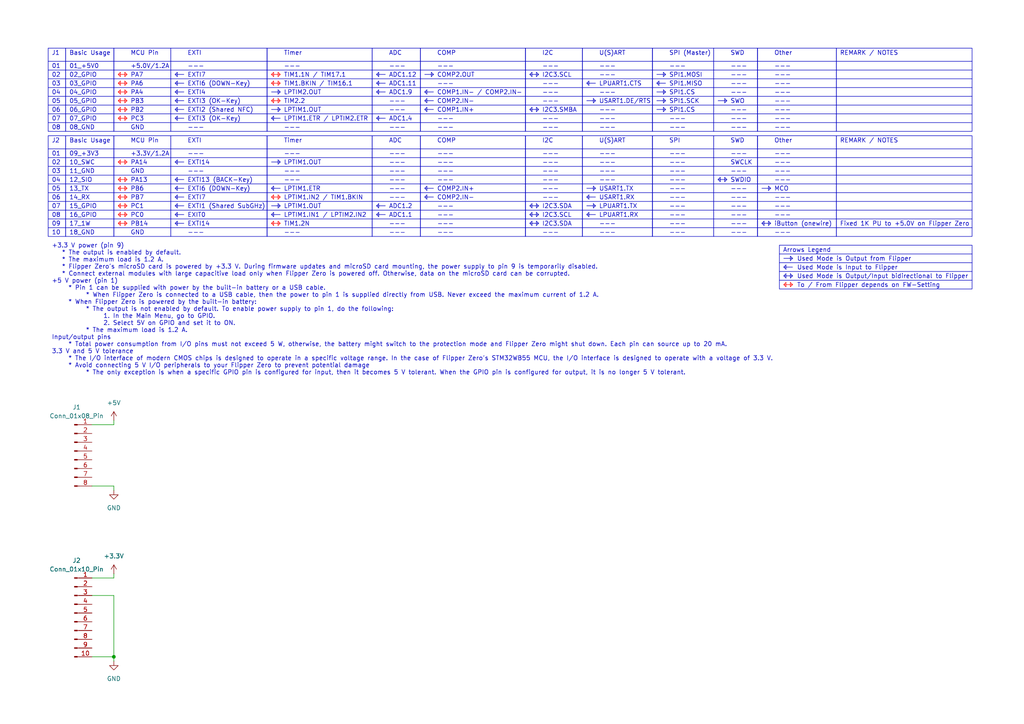
<source format=kicad_sch>
(kicad_sch (version 20231120) (generator "eeschema") (generator_version "8.0")
  (paper "A4")
  (junction (at 33.02 190.5))
  (polyline (pts (xy 109.22 26.67) (xy 111.76 26.67)))
  (polyline (pts (xy 154.305 22.225) (xy 153.67 21.59)))
  (polyline (pts (xy 193.04 21.59) (xy 192.405 20.955)))
  (polyline (pts (xy 222.885 55.245) (xy 222.885 53.975)))
  (polyline (pts (xy 34.29 59.69) (xy 34.925 59.055)) (stroke (width 0) (type solid) (color 255 0 0 1)))
  (polyline (pts (xy 208.915 51.435) (xy 208.915 52.705)))
  (polyline (pts (xy 125.73 21.59) (xy 123.19 21.59)))
  (polyline (pts (xy 170.815 61.595) (xy 170.815 62.865)))
  (polyline (pts (xy 36.195 52.705) (xy 36.83 52.07)) (stroke (width 0) (type solid) (color 255 0 0 1)))
  (polyline (pts (xy 227.965 80.645) (xy 227.33 80.01)))
  (polyline (pts (xy 80.645 32.385) (xy 80.645 31.115)))
  (polyline (pts (xy 78.74 29.21) (xy 81.28 29.21)) (stroke (width 0) (type solid) (color 255 0 0 1)))
  (polyline (pts (xy 190.5 21.59) (xy 193.04 21.59)))
  (polyline (pts (xy 223.52 54.61) (xy 222.885 55.245)))
  (polyline (pts (xy 34.29 46.99) (xy 36.83 46.99)) (stroke (width 0) (type solid) (color 255 0 0 1)))
  (polyline (pts (xy 51.435 28.575) (xy 51.435 29.845)))
  (polyline (pts (xy 154.305 59.055) (xy 154.305 60.325)))
  (polyline (pts (xy 172.72 59.69) (xy 172.085 59.055)))
  (polyline (pts (xy 36.195 46.355) (xy 36.195 47.625)) (stroke (width 0) (type solid) (color 255 0 0 1)))
  (polyline (pts (xy 81.28 31.75) (xy 78.74 31.75)))
  (polyline (pts (xy 36.83 57.15) (xy 36.195 56.515)) (stroke (width 0) (type solid) (color 255 0 0 1)))
  (polyline (pts (xy 123.19 29.21) (xy 125.73 29.21)))
  (polyline (pts (xy 80.645 24.765) (xy 81.28 24.13)) (stroke (width 0) (type solid) (color 255 0 0 1)))
  (polyline (pts (xy 34.925 24.765) (xy 34.29 24.13)) (stroke (width 0) (type solid) (color 255 0 0 1)))
  (polyline (pts (xy 50.8 29.21) (xy 53.34 29.21)))
  (polyline (pts (xy 50.8 64.77) (xy 53.34 64.77)))
  (polyline (pts (xy 153.67 59.69) (xy 156.21 59.69)))
  (polyline (pts (xy 153.67 64.77) (xy 154.305 64.135)))
  (polyline (pts (xy 78.74 57.15) (xy 79.375 56.515)) (stroke (width 0) (type solid) (color 255 0 0 1)))
  (polyline (pts (xy 34.29 64.77) (xy 36.83 64.77)) (stroke (width 0) (type solid) (color 255 0 0 1)))
  (polyline (pts (xy 50.8 54.61) (xy 53.34 54.61)))
  (polyline (pts (xy 78.74 21.59) (xy 81.28 21.59)) (stroke (width 0) (type solid) (color 255 0 0 1)))
  (polyline (pts (xy 13.97 58.42) (xy 281.94 58.42)))
  (polyline (pts (xy 36.195 29.845) (xy 36.83 29.21)) (stroke (width 0) (type solid) (color 255 0 0 1)))
  (polyline (pts (xy 154.305 32.385) (xy 153.67 31.75)))
  (polyline (pts (xy 208.28 52.07) (xy 210.82 52.07)))
  (polyline (pts (xy 51.435 64.135) (xy 51.435 65.405)))
  (polyline (pts (xy 50.8 21.59) (xy 51.435 22.225)))
  (polyline (pts (xy 125.095 20.955) (xy 125.095 22.225)))
  (polyline (pts (xy 34.925 27.305) (xy 34.29 26.67)) (stroke (width 0) (type solid) (color 255 0 0 1)))
  (polyline (pts (xy 123.825 56.515) (xy 123.825 57.785)))
  (polyline (pts (xy 227.33 77.47) (xy 227.965 78.105)))
  (polyline (pts (xy 79.375 24.765) (xy 78.74 24.13)) (stroke (width 0) (type solid) (color 255 0 0 1)))
  (wire (pts (xy 33.02 166.37) (xy 33.02 167.64)))
  (polyline (pts (xy 229.87 74.93) (xy 227.33 74.93)))
  (polyline (pts (xy 229.87 82.55) (xy 229.235 81.915)) (stroke (width 0) (type solid) (color 255 0 0 1)))
  (polyline (pts (xy 36.195 31.115) (xy 36.195 32.385)) (stroke (width 0) (type solid) (color 255 0 0 1)))
  (wire (pts (xy 33.02 121.92) (xy 33.02 123.19)))
  (polyline (pts (xy 50.8 57.15) (xy 51.435 57.785)))
  (polyline (pts (xy 50.8 29.21) (xy 51.435 29.845)))
  (polyline (pts (xy 229.87 74.93) (xy 229.235 74.295)))
  (polyline (pts (xy 50.8 46.99) (xy 51.435 47.625)))
  (polyline (pts (xy 123.19 26.67) (xy 123.825 27.305)))
  (polyline (pts (xy 229.87 74.93) (xy 229.235 75.565)))
  (polyline (pts (xy 51.435 61.595) (xy 51.435 62.865)))
  (polyline (pts (xy 109.22 34.29) (xy 111.76 34.29)))
  (polyline (pts (xy 34.925 20.955) (xy 34.925 22.225)) (stroke (width 0) (type solid) (color 255 0 0 1)))
  (polyline (pts (xy 223.52 64.77) (xy 222.885 64.135)))
  (polyline (pts (xy 210.185 51.435) (xy 210.185 52.705)))
  (polyline (pts (xy 51.435 23.495) (xy 51.435 24.765)))
  (polyline (pts (xy 36.195 53.975) (xy 36.195 55.245)) (stroke (width 0) (type solid) (color 255 0 0 1)))
  (polyline (pts (xy 50.8 34.29) (xy 51.435 33.655)))
  (polyline (pts (xy 50.8 59.69) (xy 53.34 59.69)))
  (polyline (pts (xy 79.375 61.595) (xy 79.375 62.865)))
  (polyline (pts (xy 13.97 50.8) (xy 281.94 50.8)))
  (polyline (pts (xy 34.925 34.925) (xy 34.29 34.29)) (stroke (width 0) (type solid) (color 255 0 0 1)))
  (polyline (pts (xy 81.28 26.67) (xy 78.74 26.67)))
  (polyline (pts (xy 109.855 59.055) (xy 109.855 60.325)))
  (polyline (pts (xy 193.04 31.75) (xy 192.405 31.115)))
  (polyline (pts (xy 34.925 31.115) (xy 34.925 32.385)) (stroke (width 0) (type solid) (color 255 0 0 1)))
  (polyline (pts (xy 156.21 21.59) (xy 155.575 20.955)))
  (polyline (pts (xy 109.22 24.13) (xy 109.855 24.765)))
  (polyline (pts (xy 50.8 57.15) (xy 53.34 57.15)))
  (polyline (pts (xy 13.97 22.86) (xy 281.94 22.86)))
  (polyline (pts (xy 155.575 59.055) (xy 155.575 60.325)))
  (polyline (pts (xy 36.195 20.955) (xy 36.195 22.225)) (stroke (width 0) (type solid) (color 255 0 0 1)))
  (polyline (pts (xy 34.925 53.975) (xy 34.925 55.245)) (stroke (width 0) (type solid) (color 255 0 0 1)))
  (polyline (pts (xy 50.8 21.59) (xy 53.34 21.59)))
  (wire (pts (xy 33.02 123.19) (xy 26.67 123.19)))
  (polyline (pts (xy 36.195 51.435) (xy 36.195 52.705)) (stroke (width 0) (type solid) (color 255 0 0 1)))
  (polyline (pts (xy 50.8 29.21) (xy 51.435 28.575)))
  (polyline (pts (xy 13.97 17.78) (xy 281.94 17.78)))
  (polyline (pts (xy 81.28 31.75) (xy 80.645 31.115)))
  (polyline (pts (xy 78.74 62.23) (xy 79.375 62.865)))
  (polyline (pts (xy 123.19 29.21) (xy 123.825 29.845)))
  (polyline (pts (xy 123.19 54.61) (xy 123.825 55.245)))
  (polyline (pts (xy 80.645 65.405) (xy 81.28 64.77)) (stroke (width 0) (type solid) (color 255 0 0 1)))
  (polyline (pts (xy 125.73 21.59) (xy 125.095 22.225)))
  (polyline (pts (xy 190.5 24.13) (xy 193.04 24.13)))
  (polyline (pts (xy 170.18 57.15) (xy 170.815 56.515)))
  (polyline (pts (xy 34.925 56.515) (xy 34.925 57.785)) (stroke (width 0) (type solid) (color 255 0 0 1)))
  (polyline (pts (xy 50.8 62.23) (xy 51.435 62.865)))
  (polyline (pts (xy 109.855 61.595) (xy 109.855 62.865)))
  (polyline (pts (xy 227.33 82.55) (xy 229.87 82.55)) (stroke (width 0) (type solid) (color 255 0 0 1)))
  (polyline (pts (xy 155.575 60.325) (xy 156.21 59.69)))
  (polyline (pts (xy 172.72 29.21) (xy 170.18 29.21)))
  (polyline (pts (xy 109.22 59.69) (xy 109.855 60.325)))
  (polyline (pts (xy 172.72 59.69) (xy 172.085 60.325)))
  (polyline (pts (xy 123.825 53.975) (xy 123.825 55.245)))
  (polyline (pts (xy 34.925 26.035) (xy 34.925 27.305)) (stroke (width 0) (type solid) (color 255 0 0 1)))
  (polyline (pts (xy 81.28 46.99) (xy 78.74 46.99)))
  (polyline (pts (xy 81.28 46.99) (xy 80.645 47.625)))
  (wire (pts (xy 26.67 172.72) (xy 33.02 172.72)))
  (polyline (pts (xy 123.19 54.61) (xy 125.73 54.61)))
  (polyline (pts (xy 109.855 23.495) (xy 109.855 24.765)))
  (polyline (pts (xy 50.8 26.67) (xy 51.435 26.035)))
  (polyline (pts (xy 50.8 57.15) (xy 51.435 56.515)))
  (polyline (pts (xy 36.195 27.305) (xy 36.83 26.67)) (stroke (width 0) (type solid) (color 255 0 0 1)))
  (polyline (pts (xy 109.22 24.13) (xy 111.76 24.13)))
  (polyline (pts (xy 78.74 29.21) (xy 79.375 28.575)) (stroke (width 0) (type solid) (color 255 0 0 1)))
  (polyline (pts (xy 229.235 74.295) (xy 229.235 75.565)))
  (polyline (pts (xy 123.19 57.15) (xy 125.73 57.15)))
  (polyline (pts (xy 227.33 80.01) (xy 227.965 79.375)))
  (polyline (pts (xy 80.645 47.625) (xy 80.645 46.355)))
  (polyline (pts (xy 50.8 26.67) (xy 51.435 27.305)))
  (polyline (pts (xy 34.29 21.59) (xy 36.83 21.59)) (stroke (width 0) (type solid) (color 255 0 0 1)))
  (polyline (pts (xy 109.22 62.23) (xy 111.76 62.23)))
  (polyline (pts (xy 170.18 62.23) (xy 172.72 62.23)))
  (polyline (pts (xy 34.29 31.75) (xy 34.925 31.115)) (stroke (width 0) (type solid) (color 255 0 0 1)))
  (polyline (pts (xy 81.28 31.75) (xy 80.645 32.385)))
  (polyline (pts (xy 51.435 53.975) (xy 51.435 55.245)))
  (polyline (pts (xy 123.19 26.67) (xy 123.825 26.035)))
  (polyline (pts (xy 50.8 31.75) (xy 53.34 31.75)))
  (polyline (pts (xy 153.67 31.75) (xy 154.305 31.115)))
  (polyline (pts (xy 109.22 21.59) (xy 109.855 22.225)))
  (polyline (pts (xy 109.22 62.23) (xy 109.855 61.595)))
  (polyline (pts (xy 79.375 33.655) (xy 79.375 34.925)))
  (polyline (pts (xy 50.8 31.75) (xy 51.435 31.115)))
  (polyline (pts (xy 36.195 23.495) (xy 36.195 24.765)) (stroke (width 0) (type solid) (color 255 0 0 1)))
  (polyline (pts (xy 36.83 24.13) (xy 36.195 23.495)) (stroke (width 0) (type solid) (color 255 0 0 1)))
  (polyline (pts (xy 172.72 29.21) (xy 172.085 28.575)))
  (polyline (pts (xy 109.22 34.29) (xy 109.855 33.655)))
  (polyline (pts (xy 50.8 31.75) (xy 51.435 32.385)))
  (polyline (pts (xy 13.97 63.5) (xy 281.94 63.5)))
  (polyline (pts (xy 50.8 52.07) (xy 51.435 52.705)))
  (polyline (pts (xy 81.28 59.69) (xy 80.645 60.325)))
  (polyline (pts (xy 229.235 80.645) (xy 229.87 80.01)))
  (polyline (pts (xy 172.72 29.21) (xy 172.085 29.845)))
  (polyline (pts (xy 79.375 53.975) (xy 79.375 55.245)))
  (polyline (pts (xy 190.5 26.67) (xy 193.04 26.67)))
  (polyline (pts (xy 50.8 26.67) (xy 53.34 26.67)))
  (polyline (pts (xy 50.8 62.23) (xy 53.34 62.23)))
  (polyline (pts (xy 190.5 24.13) (xy 191.135 23.495)))
  (polyline (pts (xy 81.28 64.77) (xy 80.645 64.135)) (stroke (width 0) (type solid) (color 255 0 0 1)))
  (polyline (pts (xy 109.22 26.67) (xy 109.855 26.035)))
  (polyline (pts (xy 34.29 26.67) (xy 36.83 26.67)) (stroke (width 0) (type solid) (color 255 0 0 1)))
  (polyline (pts (xy 210.82 29.21) (xy 208.28 29.21)))
  (polyline (pts (xy 78.74 34.29) (xy 79.375 34.925)))
  (polyline (pts (xy 81.28 57.15) (xy 80.645 56.515)) (stroke (width 0) (type solid) (color 255 0 0 1)))
  (polyline (pts (xy 153.67 62.23) (xy 154.305 61.595)))
  (wire (pts (xy 33.02 172.72) (xy 33.02 190.5)))
  (polyline (pts (xy 13.97 45.72) (xy 281.94 45.72)))
  (polyline (pts (xy 34.925 65.405) (xy 34.29 64.77)) (stroke (width 0) (type solid) (color 255 0 0 1)))
  (polyline (pts (xy 155.575 20.955) (xy 155.575 22.225)))
  (polyline (pts (xy 170.815 56.515) (xy 170.815 57.785)))
  (polyline (pts (xy 78.74 57.15) (xy 81.28 57.15)) (stroke (width 0) (type solid) (color 255 0 0 1)))
  (polyline (pts (xy 34.925 22.225) (xy 34.29 21.59)) (stroke (width 0) (type solid) (color 255 0 0 1)))
  (polyline (pts (xy 155.575 65.405) (xy 156.21 64.77)))
  (polyline (pts (xy 78.74 54.61) (xy 79.375 55.245)))
  (polyline (pts (xy 34.925 57.785) (xy 34.29 57.15)) (stroke (width 0) (type solid) (color 255 0 0 1)))
  (polyline (pts (xy 123.825 31.115) (xy 123.825 32.385)))
  (polyline (pts (xy 123.19 31.75) (xy 123.825 31.115)))
  (polyline (pts (xy 51.435 59.055) (xy 51.435 60.325)))
  (polyline (pts (xy 78.74 64.77) (xy 79.375 64.135)) (stroke (width 0) (type solid) (color 255 0 0 1)))
  (polyline (pts (xy 153.67 21.59) (xy 154.305 20.955)))
  (polyline (pts (xy 36.195 32.385) (xy 36.83 31.75)) (stroke (width 0) (type solid) (color 255 0 0 1)))
  (polyline (pts (xy 154.305 65.405) (xy 153.67 64.77)))
  (polyline (pts (xy 13.97 20.32) (xy 281.94 20.32)))
  (polyline (pts (xy 192.405 22.225) (xy 193.04 21.59)))
  (polyline (pts (xy 155.575 62.865) (xy 156.21 62.23)))
  (polyline (pts (xy 80.645 57.785) (xy 81.28 57.15)) (stroke (width 0) (type solid) (color 255 0 0 1)))
  (polyline (pts (xy 227.965 79.375) (xy 227.965 80.645)))
  (polyline (pts (xy 170.18 57.15) (xy 172.72 57.15)))
  (polyline (pts (xy 36.195 57.785) (xy 36.83 57.15)) (stroke (width 0) (type solid) (color 255 0 0 1)))
  (polyline (pts (xy 192.405 26.035) (xy 192.405 27.305)))
  (polyline (pts (xy 123.825 26.035) (xy 123.825 27.305)))
  (polyline (pts (xy 190.5 31.75) (xy 193.04 31.75)))
  (polyline (pts (xy 50.8 24.13) (xy 51.435 24.765)))
  (polyline (pts (xy 34.925 32.385) (xy 34.29 31.75)) (stroke (width 0) (type solid) (color 255 0 0 1)))
  (polyline (pts (xy 154.305 61.595) (xy 154.305 62.865)))
  (polyline (pts (xy 50.8 34.29) (xy 53.34 34.29)))
  (polyline (pts (xy 153.67 31.75) (xy 156.21 31.75)))
  (polyline (pts (xy 227.965 81.915) (xy 227.965 83.185)) (stroke (width 0) (type solid) (color 255 0 0 1)))
  (polyline (pts (xy 170.18 62.23) (xy 170.815 62.865)))
  (polyline (pts (xy 172.085 60.325) (xy 172.085 59.055)))
  (polyline (pts (xy 13.97 43.18) (xy 281.94 43.18)))
  (polyline (pts (xy 156.21 59.69) (xy 155.575 59.055)))
  (polyline (pts (xy 81.28 59.69) (xy 80.645 59.055)))
  (polyline (pts (xy 79.375 22.225) (xy 78.74 21.59)) (stroke (width 0) (type solid) (color 255 0 0 1)))
  (polyline (pts (xy 123.19 31.75) (xy 125.73 31.75)))
  (polyline (pts (xy 78.74 54.61) (xy 81.28 54.61)))
  (polyline (pts (xy 36.195 56.515) (xy 36.195 57.785)) (stroke (width 0) (type solid) (color 255 0 0 1)))
  (polyline (pts (xy 226.06 76.2) (xy 281.94 76.2)))
  (polyline (pts (xy 13.97 53.34) (xy 281.94 53.34)))
  (polyline (pts (xy 123.19 31.75) (xy 123.825 32.385)))
  (polyline (pts (xy 172.72 59.69) (xy 170.18 59.69)))
  (polyline (pts (xy 172.085 55.245) (xy 172.085 53.975)))
  (polyline (pts (xy 36.83 31.75) (xy 36.195 31.115)) (stroke (width 0) (type solid) (color 255 0 0 1)))
  (polyline (pts (xy 34.29 59.69) (xy 36.83 59.69)) (stroke (width 0) (type solid) (color 255 0 0 1)))
  (polyline (pts (xy 34.29 54.61) (xy 34.925 53.975)) (stroke (width 0) (type solid) (color 255 0 0 1)))
  (polyline (pts (xy 34.29 62.23) (xy 34.925 61.595)) (stroke (width 0) (type solid) (color 255 0 0 1)))
  (polyline (pts (xy 50.8 24.13) (xy 51.435 23.495)))
  (polyline (pts (xy 50.8 62.23) (xy 51.435 61.595)))
  (polyline (pts (xy 34.925 55.245) (xy 34.29 54.61)) (stroke (width 0) (type solid) (color 255 0 0 1)))
  (polyline (pts (xy 80.645 56.515) (xy 80.645 57.785)) (stroke (width 0) (type solid) (color 255 0 0 1)))
  (wire (pts (xy 33.02 142.24) (xy 33.02 140.97)))
  (polyline (pts (xy 172.72 54.61) (xy 170.18 54.61)))
  (polyline (pts (xy 13.97 25.4) (xy 281.94 25.4)))
  (polyline (pts (xy 80.645 29.845) (xy 81.28 29.21)) (stroke (width 0) (type solid) (color 255 0 0 1)))
  (polyline (pts (xy 154.305 20.955) (xy 154.305 22.225)))
  (polyline (pts (xy 36.83 62.23) (xy 36.195 61.595)) (stroke (width 0) (type solid) (color 255 0 0 1)))
  (polyline (pts (xy 36.83 59.69) (xy 36.195 59.055)) (stroke (width 0) (type solid) (color 255 0 0 1)))
  (polyline (pts (xy 156.21 31.75) (xy 155.575 31.115)))
  (polyline (pts (xy 34.925 60.325) (xy 34.29 59.69)) (stroke (width 0) (type solid) (color 255 0 0 1)))
  (polyline (pts (xy 192.405 31.115) (xy 192.405 32.385)))
  (polyline (pts (xy 78.74 24.13) (xy 81.28 24.13)) (stroke (width 0) (type solid) (color 255 0 0 1)))
  (polyline (pts (xy 78.74 62.23) (xy 81.28 62.23)))
  (polyline (pts (xy 36.195 55.245) (xy 36.83 54.61)) (stroke (width 0) (type solid) (color 255 0 0 1)))
  (polyline (pts (xy 155.575 22.225) (xy 156.21 21.59)))
  (polyline (pts (xy 50.8 59.69) (xy 51.435 60.325)))
  (polyline (pts (xy 13.97 66.04) (xy 281.94 66.04)))
  (polyline (pts (xy 109.855 33.655) (xy 109.855 34.925)))
  (polyline (pts (xy 220.98 64.77) (xy 223.52 64.77)))
  (polyline (pts (xy 36.195 61.595) (xy 36.195 62.865)) (stroke (width 0) (type solid) (color 255 0 0 1)))
  (polyline (pts (xy 78.74 62.23) (xy 79.375 61.595)))
  (polyline (pts (xy 221.615 64.135) (xy 221.615 65.405)))
  (polyline (pts (xy 34.29 26.67) (xy 34.925 26.035)) (stroke (width 0) (type solid) (color 255 0 0 1)))
  (polyline (pts (xy 36.83 46.99) (xy 36.195 46.355)) (stroke (width 0) (type solid) (color 255 0 0 1)))
  (polyline (pts (xy 13.97 48.26) (xy 281.94 48.26)))
  (polyline (pts (xy 51.435 46.355) (xy 51.435 47.625)))
  (polyline (pts (xy 36.83 26.67) (xy 36.195 26.035)) (stroke (width 0) (type solid) (color 255 0 0 1)))
  (polyline (pts (xy 34.925 59.055) (xy 34.925 60.325)) (stroke (width 0) (type solid) (color 255 0 0 1)))
  (polyline (pts (xy 36.195 65.405) (xy 36.83 64.77)) (stroke (width 0) (type solid) (color 255 0 0 1)))
  (polyline (pts (xy 154.305 62.865) (xy 153.67 62.23)))
  (wire (pts (xy 26.67 190.5) (xy 33.02 190.5)))
  (polyline (pts (xy 109.22 34.29) (xy 109.855 34.925)))
  (polyline (pts (xy 80.645 60.325) (xy 80.645 59.055)))
  (polyline (pts (xy 81.28 46.99) (xy 80.645 46.355)))
  (polyline (pts (xy 36.83 64.77) (xy 36.195 64.135)) (stroke (width 0) (type solid) (color 255 0 0 1)))
  (polyline (pts (xy 13.97 33.02) (xy 281.94 33.02)))
  (polyline (pts (xy 36.195 60.325) (xy 36.83 59.69)) (stroke (width 0) (type solid) (color 255 0 0 1)))
  (polyline (pts (xy 13.97 30.48) (xy 281.94 30.48)))
  (polyline (pts (xy 36.195 64.135) (xy 36.195 65.405)) (stroke (width 0) (type solid) (color 255 0 0 1)))
  (polyline (pts (xy 109.22 62.23) (xy 109.855 62.865)))
  (polyline (pts (xy 153.67 64.77) (xy 156.21 64.77)))
  (polyline (pts (xy 34.925 28.575) (xy 34.925 29.845)) (stroke (width 0) (type solid) (color 255 0 0 1)))
  (polyline (pts (xy 229.235 83.185) (xy 229.87 82.55)) (stroke (width 0) (type solid) (color 255 0 0 1)))
  (polyline (pts (xy 193.04 29.21) (xy 192.405 28.575)))
  (polyline (pts (xy 154.305 31.115) (xy 154.305 32.385)))
  (polyline (pts (xy 229.235 81.915) (xy 229.235 83.185)) (stroke (width 0) (type solid) (color 255 0 0 1)))
  (polyline (pts (xy 109.22 26.67) (xy 109.855 27.305)))
  (polyline (pts (xy 34.29 24.13) (xy 34.925 23.495)) (stroke (width 0) (type solid) (color 255 0 0 1)))
  (polyline (pts (xy 221.615 65.405) (xy 220.98 64.77)))
  (polyline (pts (xy 153.67 21.59) (xy 156.21 21.59)))
  (polyline (pts (xy 36.83 21.59) (xy 36.195 20.955)) (stroke (width 0) (type solid) (color 255 0 0 1)))
  (polyline (pts (xy 170.18 24.13) (xy 172.72 24.13)))
  (polyline (pts (xy 34.29 52.07) (xy 36.83 52.07)) (stroke (width 0) (type solid) (color 255 0 0 1)))
  (polyline (pts (xy 210.82 29.21) (xy 210.185 28.575)))
  (polyline (pts (xy 190.5 29.21) (xy 193.04 29.21)))
  (polyline (pts (xy 36.83 34.29) (xy 36.195 33.655)) (stroke (width 0) (type solid) (color 255 0 0 1)))
  (polyline (pts (xy 78.74 24.13) (xy 79.375 23.495)) (stroke (width 0) (type solid) (color 255 0 0 1)))
  (polyline (pts (xy 34.29 29.21) (xy 36.83 29.21)) (stroke (width 0) (type solid) (color 255 0 0 1)))
  (polyline (pts (xy 36.195 59.055) (xy 36.195 60.325)) (stroke (width 0) (type solid) (color 255 0 0 1)))
  (polyline (pts (xy 210.82 52.07) (xy 210.185 51.435)))
  (polyline (pts (xy 51.435 51.435) (xy 51.435 52.705)))
  (polyline (pts (xy 226.06 81.28) (xy 281.94 81.28)))
  (polyline (pts (xy 155.575 31.115) (xy 155.575 32.385)))
  (polyline (pts (xy 36.195 26.035) (xy 36.195 27.305)) (stroke (width 0) (type solid) (color 255 0 0 1)))
  (polyline (pts (xy 227.965 76.835) (xy 227.965 78.105)))
  (polyline (pts (xy 34.925 52.705) (xy 34.29 52.07)) (stroke (width 0) (type solid) (color 255 0 0 1)))
  (polyline (pts (xy 109.22 21.59) (xy 109.855 20.955)))
  (polyline (pts (xy 192.405 32.385) (xy 193.04 31.75)))
  (polyline (pts (xy 222.885 64.135) (xy 222.885 65.405)))
  (polyline (pts (xy 50.8 64.77) (xy 51.435 64.135)))
  (polyline (pts (xy 193.04 26.67) (xy 192.405 26.035)))
  (polyline (pts (xy 34.925 46.355) (xy 34.925 47.625)) (stroke (width 0) (type solid) (color 255 0 0 1)))
  (polyline (pts (xy 222.885 65.405) (xy 223.52 64.77)))
  (polyline (pts (xy 123.19 26.67) (xy 125.73 26.67)))
  (polyline (pts (xy 80.645 20.955) (xy 80.645 22.225)) (stroke (width 0) (type solid) (color 255 0 0 1)))
  (polyline (pts (xy 34.29 62.23) (xy 36.83 62.23)) (stroke (width 0) (type solid) (color 255 0 0 1)))
  (polyline (pts (xy 154.305 64.135) (xy 154.305 65.405)))
  (polyline (pts (xy 208.28 52.07) (xy 208.915 51.435)))
  (polyline (pts (xy 109.22 59.69) (xy 109.855 59.055)))
  (polyline (pts (xy 192.405 29.845) (xy 193.04 29.21)))
  (polyline (pts (xy 36.195 24.765) (xy 36.83 24.13)) (stroke (width 0) (type solid) (color 255 0 0 1)))
  (polyline (pts (xy 36.195 47.625) (xy 36.83 46.99)) (stroke (width 0) (type solid) (color 255 0 0 1)))
  (polyline (pts (xy 81.28 29.21) (xy 80.645 28.575)) (stroke (width 0) (type solid) (color 255 0 0 1)))
  (polyline (pts (xy 227.965 83.185) (xy 227.33 82.55)) (stroke (width 0) (type solid) (color 255 0 0 1)))
  (polyline (pts (xy 36.195 34.925) (xy 36.83 34.29)) (stroke (width 0) (type solid) (color 255 0 0 1)))
  (polyline (pts (xy 227.33 77.47) (xy 229.87 77.47)))
  (polyline (pts (xy 78.74 34.29) (xy 81.28 34.29)))
  (polyline (pts (xy 79.375 29.845) (xy 78.74 29.21)) (stroke (width 0) (type solid) (color 255 0 0 1)))
  (polyline (pts (xy 34.925 33.655) (xy 34.925 34.925)) (stroke (width 0) (type solid) (color 255 0 0 1)))
  (polyline (pts (xy 81.28 24.13) (xy 80.645 23.495)) (stroke (width 0) (type solid) (color 255 0 0 1)))
  (polyline (pts (xy 191.135 24.765) (xy 190.5 24.13)))
  (polyline (pts (xy 123.19 29.21) (xy 123.825 28.575)))
  (polyline (pts (xy 170.18 57.15) (xy 170.815 57.785)))
  (polyline (pts (xy 170.18 24.13) (xy 170.815 23.495)))
  (polyline (pts (xy 36.195 33.655) (xy 36.195 34.925)) (stroke (width 0) (type solid) (color 255 0 0 1)))
  (polyline (pts (xy 51.435 26.035) (xy 51.435 27.305)))
  (polyline (pts (xy 191.135 23.495) (xy 191.135 24.765)))
  (polyline (pts (xy 13.97 60.96) (xy 281.94 60.96)))
  (polyline (pts (xy 156.21 64.77) (xy 155.575 64.135)))
  (polyline (pts (xy 109.22 21.59) (xy 111.76 21.59)))
  (polyline (pts (xy 123.19 54.61) (xy 123.825 53.975)))
  (polyline (pts (xy 192.405 27.305) (xy 193.04 26.67)))
  (polyline (pts (xy 170.815 23.495) (xy 170.815 24.765)))
  (polyline (pts (xy 170.18 24.13) (xy 170.815 24.765)))
  (polyline (pts (xy 208.915 52.705) (xy 208.28 52.07)))
  (polyline (pts (xy 226.06 78.74) (xy 281.94 78.74)))
  (polyline (pts (xy 227.33 82.55) (xy 227.965 81.915)) (stroke (width 0) (type solid) (color 255 0 0 1)))
  (polyline (pts (xy 109.22 59.69) (xy 111.76 59.69)))
  (polyline (pts (xy 50.8 21.59) (xy 51.435 20.955)))
  (polyline (pts (xy 51.435 33.655) (xy 51.435 34.925)))
  (polyline (pts (xy 156.21 62.23) (xy 155.575 61.595)))
  (polyline (pts (xy 78.74 21.59) (xy 79.375 20.955)) (stroke (width 0) (type solid) (color 255 0 0 1)))
  (polyline (pts (xy 50.8 52.07) (xy 51.435 51.435)))
  (polyline (pts (xy 34.29 54.61) (xy 36.83 54.61)) (stroke (width 0) (type solid) (color 255 0 0 1)))
  (polyline (pts (xy 36.83 54.61) (xy 36.195 53.975)) (stroke (width 0) (type solid) (color 255 0 0 1)))
  (polyline (pts (xy 226.06 73.66) (xy 281.94 73.66)))
  (polyline (pts (xy 80.645 22.225) (xy 81.28 21.59)) (stroke (width 0) (type solid) (color 255 0 0 1)))
  (polyline (pts (xy 80.645 28.575) (xy 80.645 29.845)) (stroke (width 0) (type solid) (color 255 0 0 1)))
  (polyline (pts (xy 109.855 20.955) (xy 109.855 22.225)))
  (polyline (pts (xy 50.8 34.29) (xy 51.435 34.925)))
  (polyline (pts (xy 13.97 27.94) (xy 281.94 27.94)))
  (polyline (pts (xy 123.19 57.15) (xy 123.825 57.785)))
  (polyline (pts (xy 80.645 23.495) (xy 80.645 24.765)) (stroke (width 0) (type solid) (color 255 0 0 1)))
  (wire (pts (xy 26.67 167.64) (xy 33.02 167.64)))
  (polyline (pts (xy 79.375 64.135) (xy 79.375 65.405)) (stroke (width 0) (type solid) (color 255 0 0 1)))
  (polyline (pts (xy 79.375 56.515) (xy 79.375 57.785)) (stroke (width 0) (type solid) (color 255 0 0 1)))
  (polyline (pts (xy 109.22 24.13) (xy 109.855 23.495)))
  (polyline (pts (xy 220.98 64.77) (xy 221.615 64.135)))
  (polyline (pts (xy 34.29 21.59) (xy 34.925 20.955)) (stroke (width 0) (type solid) (color 255 0 0 1)))
  (polyline (pts (xy 36.195 28.575) (xy 36.195 29.845)) (stroke (width 0) (type solid) (color 255 0 0 1)))
  (polyline (pts (xy 34.925 29.845) (xy 34.29 29.21)) (stroke (width 0) (type solid) (color 255 0 0 1)))
  (polyline (pts (xy 153.67 62.23) (xy 156.21 62.23)))
  (polyline (pts (xy 13.97 55.88) (xy 281.94 55.88)))
  (polyline (pts (xy 34.29 29.21) (xy 34.925 28.575)) (stroke (width 0) (type solid) (color 255 0 0 1)))
  (polyline (pts (xy 36.83 29.21) (xy 36.195 28.575)) (stroke (width 0) (type solid) (color 255 0 0 1)))
  (polyline (pts (xy 125.73 21.59) (xy 125.095 20.955)))
  (polyline (pts (xy 210.82 29.21) (xy 210.185 29.845)))
  (polyline (pts (xy 34.29 46.99) (xy 34.925 46.355)) (stroke (width 0) (type solid) (color 255 0 0 1)))
  (polyline (pts (xy 36.195 22.225) (xy 36.83 21.59)) (stroke (width 0) (type solid) (color 255 0 0 1)))
  (polyline (pts (xy 34.29 31.75) (xy 36.83 31.75)) (stroke (width 0) (type solid) (color 255 0 0 1)))
  (polyline (pts (xy 81.28 26.67) (xy 80.645 27.305)))
  (polyline (pts (xy 170.18 62.23) (xy 170.815 61.595)))
  (polyline (pts (xy 79.375 28.575) (xy 79.375 29.845)) (stroke (width 0) (type solid) (color 255 0 0 1)))
  (polyline (pts (xy 50.8 54.61) (xy 51.435 53.975)))
  (polyline (pts (xy 229.87 80.01) (xy 229.235 79.375)))
  (polyline (pts (xy 227.33 80.01) (xy 229.87 80.01)))
  (polyline (pts (xy 81.28 21.59) (xy 80.645 20.955)) (stroke (width 0) (type solid) (color 255 0 0 1)))
  (polyline (pts (xy 50.8 52.07) (xy 53.34 52.07)))
  (polyline (pts (xy 34.925 47.625) (xy 34.29 46.99)) (stroke (width 0) (type solid) (color 255 0 0 1)))
  (polyline (pts (xy 80.645 64.135) (xy 80.645 65.405)) (stroke (width 0) (type solid) (color 255 0 0 1)))
  (polyline (pts (xy 80.645 27.305) (xy 80.645 26.035)))
  (polyline (pts (xy 172.72 54.61) (xy 172.085 55.245)))
  (polyline (pts (xy 34.925 23.495) (xy 34.925 24.765)) (stroke (width 0) (type solid) (color 255 0 0 1)))
  (polyline (pts (xy 36.195 62.865) (xy 36.83 62.23)) (stroke (width 0) (type solid) (color 255 0 0 1)))
  (polyline (pts (xy 34.925 64.135) (xy 34.925 65.405)) (stroke (width 0) (type solid) (color 255 0 0 1)))
  (polyline (pts (xy 79.375 57.785) (xy 78.74 57.15)) (stroke (width 0) (type solid) (color 255 0 0 1)))
  (polyline (pts (xy 229.235 79.375) (xy 229.235 80.645)))
  (polyline (pts (xy 154.305 60.325) (xy 153.67 59.69)))
  (polyline (pts (xy 210.185 29.845) (xy 210.185 28.575)))
  (polyline (pts (xy 34.925 62.865) (xy 34.29 62.23)) (stroke (width 0) (type solid) (color 255 0 0 1)))
  (polyline (pts (xy 50.8 46.99) (xy 53.34 46.99)))
  (polyline (pts (xy 81.28 26.67) (xy 80.645 26.035)))
  (wire (pts (xy 33.02 190.5) (xy 33.02 191.77)))
  (polyline (pts (xy 109.855 26.035) (xy 109.855 27.305)))
  (polyline (pts (xy 50.8 59.69) (xy 51.435 59.055)))
  (polyline (pts (xy 223.52 54.61) (xy 222.885 53.975)))
  (polyline (pts (xy 172.72 54.61) (xy 172.085 53.975)))
  (polyline (pts (xy 172.085 29.845) (xy 172.085 28.575)))
  (polyline (pts (xy 227.33 77.47) (xy 227.965 76.835)))
  (polyline (pts (xy 34.29 24.13) (xy 36.83 24.13)) (stroke (width 0) (type solid) (color 255 0 0 1)))
  (polyline (pts (xy 34.29 34.29) (xy 36.83 34.29)) (stroke (width 0) (type solid) (color 255 0 0 1)))
  (polyline (pts (xy 223.52 54.61) (xy 220.98 54.61)))
  (polyline (pts (xy 78.74 64.77) (xy 81.28 64.77)) (stroke (width 0) (type solid) (color 255 0 0 1)))
  (polyline (pts (xy 50.8 54.61) (xy 51.435 55.245)))
  (polyline (pts (xy 192.405 28.575) (xy 192.405 29.845)))
  (polyline (pts (xy 78.74 34.29) (xy 79.375 33.655)))
  (polyline (pts (xy 51.435 31.115) (xy 51.435 32.385)))
  (polyline (pts (xy 34.29 34.29) (xy 34.925 33.655)) (stroke (width 0) (type solid) (color 255 0 0 1)))
  (polyline (pts (xy 50.8 64.77) (xy 51.435 65.405)))
  (polyline (pts (xy 79.375 65.405) (xy 78.74 64.77)) (stroke (width 0) (type solid) (color 255 0 0 1)))
  (polyline (pts (xy 51.435 20.955) (xy 51.435 22.225)))
  (polyline (pts (xy 155.575 64.135) (xy 155.575 65.405)))
  (polyline (pts (xy 123.825 28.575) (xy 123.825 29.845)))
  (polyline (pts (xy 51.435 56.515) (xy 51.435 57.785)))
  (polyline (pts (xy 155.575 61.595) (xy 155.575 62.865)))
  (polyline (pts (xy 36.83 52.07) (xy 36.195 51.435)) (stroke (width 0) (type solid) (color 255 0 0 1)))
  (polyline (pts (xy 123.19 57.15) (xy 123.825 56.515)))
  (polyline (pts (xy 153.67 59.69) (xy 154.305 59.055)))
  (polyline (pts (xy 13.97 35.56) (xy 281.94 35.56)))
  (polyline (pts (xy 79.375 20.955) (xy 79.375 22.225)) (stroke (width 0) (type solid) (color 255 0 0 1)))
  (polyline (pts (xy 81.28 59.69) (xy 78.74 59.69)))
  (polyline (pts (xy 34.29 57.15) (xy 34.925 56.515)) (stroke (width 0) (type solid) (color 255 0 0 1)))
  (polyline (pts (xy 34.925 51.435) (xy 34.925 52.705)) (stroke (width 0) (type solid) (color 255 0 0 1)))
  (polyline (pts (xy 155.575 32.385) (xy 156.21 31.75)))
  (polyline (pts (xy 34.29 52.07) (xy 34.925 51.435)) (stroke (width 0) (type solid) (color 255 0 0 1)))
  (polyline (pts (xy 50.8 24.13) (xy 53.34 24.13)))
  (polyline (pts (xy 34.29 57.15) (xy 36.83 57.15)) (stroke (width 0) (type solid) (color 255 0 0 1)))
  (polyline (pts (xy 192.405 20.955) (xy 192.405 22.225)))
  (polyline (pts (xy 210.185 52.705) (xy 210.82 52.07)))
  (wire (pts (xy 33.02 140.97) (xy 26.67 140.97)))
  (polyline (pts (xy 34.29 64.77) (xy 34.925 64.135)) (stroke (width 0) (type solid) (color 255 0 0 1)))
  (polyline (pts (xy 79.375 23.495) (xy 79.375 24.765)) (stroke (width 0) (type solid) (color 255 0 0 1)))
  (polyline (pts (xy 78.74 54.61) (xy 79.375 53.975)))
  (polyline (pts (xy 34.925 61.595) (xy 34.925 62.865)) (stroke (width 0) (type solid) (color 255 0 0 1)))
  (polyline (pts (xy 50.8 46.99) (xy 51.435 46.355)))
  (rectangle (start 152.4 39.37) (end 168.91 68.58))
  (rectangle (start 121.92 13.97) (end 152.4 38.1))
  (rectangle (start 107.95 39.37) (end 121.92 68.58))
  (rectangle (start 33.02 13.97) (end 49.53 38.1))
  (rectangle (start 77.47 13.97) (end 107.95 38.1))
  (rectangle (start 207.01 13.97) (end 219.71 38.1))
  (rectangle (start 219.71 13.97) (end 242.57 38.1))
  (rectangle (start 49.53 39.37) (end 77.47 68.58))
  (rectangle (start 77.47 39.37) (end 107.95 68.58))
  (rectangle (start 226.06 71.12) (end 281.94 83.82))
  (rectangle (start 168.91 13.97) (end 189.23 38.1))
  (rectangle (start 168.91 39.37) (end 189.23 68.58))
  (rectangle (start 242.57 39.37) (end 281.94 68.58))
  (rectangle (start 219.71 39.37) (end 242.57 68.58))
  (rectangle (start 107.95 13.97) (end 121.92 38.1))
  (rectangle (start 152.4 13.97) (end 168.91 38.1))
  (rectangle (start 189.23 13.97) (end 207.01 38.1))
  (rectangle (start 49.53 13.97) (end 77.47 38.1))
  (rectangle (start 13.97 39.37) (end 19.05 68.58))
  (rectangle (start 242.57 13.97) (end 281.94 38.1))
  (rectangle (start 189.23 39.37) (end 207.01 68.58))
  (rectangle (start 19.05 13.97) (end 33.02 38.1))
  (rectangle (start 19.05 39.37) (end 33.02 68.58))
  (rectangle (start 121.92 39.37) (end 152.4 68.58))
  (rectangle (start 33.02 39.37) (end 49.53 68.58))
  (rectangle (start 207.01 39.37) (end 219.71 68.58))
  (rectangle (start 13.97 13.97) (end 19.05 38.1))
  (text "06" (at 14.986 32.004 0) (effects (font (size 1.27 1.27)) (justify left)))
  (text "+3.3 V power (pin 9)\n   * The output is enabled by default. \n   * The maximum load is 1.2 A.\n   * Flipper Zero's microSD card is powered by +3.3 V. During firmware updates and microSD card mounting, the power supply to pin 9 is temporarily disabled.\n   * Connect external modules with large capacitive load only when Flipper Zero is powered off. Otherwise, data on the microSD card can be corrupted.\n+5 V power (pin 1)\n   	* Pin 1 can be supplied with power by the built-in battery or a USB cable.\n		* When Flipper Zero is connected to a USB cable, then the power to pin 1 is supplied directly from USB. Never exceed the maximum current of 1.2 A.\n	* When Flipper Zero is powered by the built-in battery:\n		* The output is not enabled by default. To enable power supply to pin 1, do the following:\n			1. In the Main Menu, go to GPIO.\n			2. Select 5V on GPIO and set it to ON.\n		* The maximum load is 1.2 A.\nInput/output pins\n	* Total power consumption from I/O pins must not exceed 5 W, otherwise, the battery might switch to the protection mode and Flipper Zero might shut down. Each pin can source up to 20 mA.\n3.3 V and 5 V tolerance\n	* The I/O interface of modern CMOS chips is designed to operate in a specific voltage range. In the case of Flipper Zero's STM32WB55 MCU, the I/O interface is designed to operate with a voltage of 3.3 V.\n	* Avoid connecting 5 V I/O peripherals to your Flipper Zero to prevent potential damage\n		* The only exception is when a specific GPIO pin is configured for input, then it becomes 5 V tolerant. When the GPIO pin is configured for output, it is no longer 5 V tolerant.\n" (at 14.986 70.612 0) (effects (font (size 1.27 1.27)) (justify left top)))
  (text "---" (at 126.746 44.704 0) (effects (font (size 1.27 1.27)) (justify left)))
  (text "---" (at 211.836 26.924 0) (effects (font (size 1.27 1.27)) (justify left)))
  (text "LPTIM2.OUT" (at 82.296 26.924 0) (effects (font (size 1.27 1.27)) (justify left)))
  (text "MCU Pin" (exclude_from_sim yes) (at 37.846 40.894 0) (effects (font (size 1.27 1.27)) (justify left)))
  (text "EXTI3 (OK-Key)" (at 54.356 34.544 0) (effects (font (size 1.27 1.27)) (justify left)))
  (text "ADC1.11" (at 112.776 24.384 0) (effects (font (size 1.27 1.27)) (justify left)))
  (text "---" (at 211.836 59.944 0) (effects (font (size 1.27 1.27)) (justify left)))
  (text "02" (at 14.986 47.244 0) (effects (font (size 1.27 1.27)) (justify left)))
  (text "---" (at 211.836 65.024 0) (effects (font (size 1.27 1.27)) (justify left)))
  (text "I2C3.SCL" (at 157.226 62.484 0) (effects (font (size 1.27 1.27)) (justify left)))
  (text "COMP2.IN+" (at 126.746 54.864 0) (effects (font (size 1.27 1.27)) (justify left)))
  (text "LPTIM1.OUT" (at 82.296 32.004 0) (effects (font (size 1.27 1.27)) (justify left)))
  (text "---" (at 112.776 57.404 0) (effects (font (size 1.27 1.27)) (justify left)))
  (text "---" (at 126.746 19.304 0) (effects (font (size 1.27 1.27)) (justify left)))
  (text "---" (at 211.836 54.864 0) (effects (font (size 1.27 1.27)) (justify left)))
  (text "---" (at 173.736 21.844 0) (effects (font (size 1.27 1.27)) (justify left)))
  (text "---" (at 126.746 47.244 0) (effects (font (size 1.27 1.27)) (justify left)))
  (text "---" (at 112.776 54.864 0) (effects (font (size 1.27 1.27)) (justify left)))
  (text "---" (at 157.226 52.324 0) (effects (font (size 1.27 1.27)) (justify left)))
  (text "---" (at 82.296 37.084 0) (effects (font (size 1.27 1.27)) (justify left)))
  (text "---" (at 211.836 24.384 0) (effects (font (size 1.27 1.27)) (justify left)))
  (text "MCO" (at 224.536 54.864 0) (effects (font (size 1.27 1.27)) (justify left)))
  (text "Other" (exclude_from_sim yes) (at 224.536 15.494 0) (effects (font (size 1.27 1.27)) (justify left)))
  (text "---" (at 54.356 44.704 0) (effects (font (size 1.27 1.27)) (justify left)))
  (text "---" (at 224.536 29.464 0) (effects (font (size 1.27 1.27)) (justify left)))
  (text "EXTI7" (at 54.356 57.404 0) (effects (font (size 1.27 1.27)) (justify left)))
  (text "---" (at 194.056 52.324 0) (effects (font (size 1.27 1.27)) (justify left)))
  (text "---" (at 157.226 44.704 0) (effects (font (size 1.27 1.27)) (justify left)))
  (text "LPTIM1.OUT" (at 82.296 59.944 0) (effects (font (size 1.27 1.27)) (justify left)))
  (text "---" (at 82.296 52.324 0) (effects (font (size 1.27 1.27)) (justify left)))
  (text "EXTI2 (Shared NFC)" (at 54.356 32.004 0) (effects (font (size 1.27 1.27)) (justify left)))
  (text "---" (at 211.836 49.784 0) (effects (font (size 1.27 1.27)) (justify left)))
  (text "06" (at 14.986 57.404 0) (effects (font (size 1.27 1.27)) (justify left)))
  (text "---" (at 211.836 57.404 0) (effects (font (size 1.27 1.27)) (justify left)))
  (text "01" (at 14.986 19.304 0) (effects (font (size 1.27 1.27)) (justify left)))
  (text "LPTIM1.ETR" (at 82.296 54.864 0) (effects (font (size 1.27 1.27)) (justify left)))
  (text "---" (at 157.226 49.784 0) (effects (font (size 1.27 1.27)) (justify left)))
  (text "---" (at 126.746 49.784 0) (effects (font (size 1.27 1.27)) (justify left)))
  (text "---" (at 126.746 24.384 0) (effects (font (size 1.27 1.27)) (justify left)))
  (text "COMP2.IN-" (at 126.746 29.464 0) (effects (font (size 1.27 1.27)) (justify left)))
  (text "---" (at 173.736 34.544 0) (effects (font (size 1.27 1.27)) (justify left)))
  (text "---" (at 194.056 59.944 0) (effects (font (size 1.27 1.27)) (justify left)))
  (text "---" (at 224.536 24.384 0) (effects (font (size 1.27 1.27)) (justify left)))
  (text "---" (at 112.776 29.464 0) (effects (font (size 1.27 1.27)) (justify left)))
  (text "06_GPIO" (at 20.066 32.004 0) (effects (font (size 1.27 1.27)) (justify left)))
  (text "+5.0V/1.2A" (at 37.846 19.304 0) (effects (font (size 1.27 1.27)) (justify left)))
  (text "---" (at 211.836 62.484 0) (effects (font (size 1.27 1.27)) (justify left)))
  (text "---" (at 112.776 49.784 0) (effects (font (size 1.27 1.27)) (justify left)))
  (text "---" (at 126.746 37.084 0) (effects (font (size 1.27 1.27)) (justify left)))
  (text "---" (at 224.536 57.404 0) (effects (font (size 1.27 1.27)) (justify left)))
  (text "I2C3.SDA" (at 157.226 59.944 0) (effects (font (size 1.27 1.27)) (justify left)))
  (text "---" (at 211.836 44.704 0) (effects (font (size 1.27 1.27)) (justify left)))
  (text "U(S)ART" (exclude_from_sim yes) (at 173.736 40.894 0) (effects (font (size 1.27 1.27)) (justify left)))
  (text "To / From Flipper depends on FW-Setting" (at 231.14 82.804 0) (effects (font (size 1.27 1.27)) (justify left)))
  (text "Basic Usage" (exclude_from_sim yes) (at 20.066 15.494 0) (effects (font (size 1.27 1.27)) (justify left)))
  (text "---" (at 173.736 47.244 0) (effects (font (size 1.27 1.27)) (justify left)))
  (text "PC1" (at 37.846 59.944 0) (effects (font (size 1.27 1.27)) (justify left)))
  (text "SWD" (exclude_from_sim yes) (at 211.836 40.894 0) (effects (font (size 1.27 1.27)) (justify left)))
  (text "---" (at 82.296 44.704 0) (effects (font (size 1.27 1.27)) (justify left)))
  (text "PB7" (at 37.846 57.404 0) (effects (font (size 1.27 1.27)) (justify left)))
  (text "---" (at 54.356 37.084 0) (effects (font (size 1.27 1.27)) (justify left)))
  (text "01" (at 14.986 44.704 0) (effects (font (size 1.27 1.27)) (justify left)))
  (text "EXTI13 (BACK-Key)" (at 54.356 52.324 0) (effects (font (size 1.27 1.27)) (justify left)))
  (text "---" (at 173.736 26.924 0) (effects (font (size 1.27 1.27)) (justify left)))
  (text "PA7" (at 37.846 21.844 0) (effects (font (size 1.27 1.27)) (justify left)))
  (text "---" (at 211.836 32.004 0) (effects (font (size 1.27 1.27)) (justify left)))
  (text "SPI1.SCK" (at 194.056 29.464 0) (effects (font (size 1.27 1.27)) (justify left)))
  (text "---" (at 194.056 37.084 0) (effects (font (size 1.27 1.27)) (justify left)))
  (text "Used Mode is Output/Input bidirectional to Flipper" (at 231.14 80.264 0) (effects (font (size 1.27 1.27)) (justify left)))
  (text "---" (at 194.056 34.544 0) (effects (font (size 1.27 1.27)) (justify left)))
  (text "iButton (onewire)" (at 224.536 65.024 0) (effects (font (size 1.27 1.27)) (justify left)))
  (text "---" (at 126.746 59.944 0) (effects (font (size 1.27 1.27)) (justify left)))
  (text "---" (at 224.536 49.784 0) (effects (font (size 1.27 1.27)) (justify left)))
  (text "SWD" (exclude_from_sim yes) (at 211.836 15.494 0) (effects (font (size 1.27 1.27)) (justify left)))
  (text "---" (at 224.536 19.304 0) (effects (font (size 1.27 1.27)) (justify left)))
  (text "SWDIO" (at 211.836 52.324 0) (effects (font (size 1.27 1.27)) (justify left)))
  (text "---" (at 112.776 67.564 0) (effects (font (size 1.27 1.27)) (justify left)))
  (text "---" (at 211.836 21.844 0) (effects (font (size 1.27 1.27)) (justify left)))
  (text "REMARK / NOTES" (exclude_from_sim yes) (at 243.586 15.494 0) (effects (font (size 1.27 1.27)) (justify left)))
  (text "SWO" (at 211.836 29.464 0) (effects (font (size 1.27 1.27)) (justify left)))
  (text "17_1W" (at 20.066 65.024 0) (effects (font (size 1.27 1.27)) (justify left)))
  (text "---" (at 224.536 52.324 0) (effects (font (size 1.27 1.27)) (justify left)))
  (text "---" (at 224.536 21.844 0) (effects (font (size 1.27 1.27)) (justify left)))
  (text "SPI1.CS" (at 194.056 32.004 0) (effects (font (size 1.27 1.27)) (justify left)))
  (text "LPTIM1.OUT" (at 82.296 47.244 0) (effects (font (size 1.27 1.27)) (justify left)))
  (text "Other" (exclude_from_sim yes) (at 224.536 40.894 0) (effects (font (size 1.27 1.27)) (justify left)))
  (text "---" (at 224.536 59.944 0) (effects (font (size 1.27 1.27)) (justify left)))
  (text "PA6" (at 37.846 24.384 0) (effects (font (size 1.27 1.27)) (justify left)))
  (text "ADC1.1" (at 112.776 62.484 0) (effects (font (size 1.27 1.27)) (justify left)))
  (text "LPTIM1.ETR / LPTIM2.ETR" (at 82.296 34.544 0) (effects (font (size 1.27 1.27)) (justify left)))
  (text "18_GND" (at 20.066 67.564 0) (effects (font (size 1.27 1.27)) (justify left)))
  (text "16_GPIO" (at 20.066 62.484 0) (effects (font (size 1.27 1.27)) (justify left)))
  (text "LPUART1.RX" (at 173.736 62.484 0) (effects (font (size 1.27 1.27)) (justify left)))
  (text "---" (at 54.356 49.784 0) (effects (font (size 1.27 1.27)) (justify left)))
  (text "COMP1.IN- / COMP2.IN-" (at 126.746 26.924 0) (effects (font (size 1.27 1.27)) (justify left)))
  (text "LPUART1.CTS" (at 173.736 24.384 0) (effects (font (size 1.27 1.27)) (justify left)))
  (text "Timer" (exclude_from_sim yes) (at 82.296 40.894 0) (effects (font (size 1.27 1.27)) (justify left)))
  (text "ADC" (exclude_from_sim yes) (at 112.776 40.894 0) (effects (font (size 1.27 1.27)) (justify left)))
  (text "EXTI4" (at 54.356 26.924 0) (effects (font (size 1.27 1.27)) (justify left)))
  (text "04" (at 14.986 52.324 0) (effects (font (size 1.27 1.27)) (justify left)))
  (text "REMARK / NOTES" (exclude_from_sim yes) (at 243.586 40.894 0) (effects (font (size 1.27 1.27)) (justify left)))
  (text "SPI1.MOSI" (at 194.056 21.844 0) (effects (font (size 1.27 1.27)) (justify left)))
  (text "USART1.DE/RTS" (at 173.736 29.464 0) (effects (font (size 1.27 1.27)) (justify left)))
  (text "02_GPIO" (at 20.066 21.844 0) (effects (font (size 1.27 1.27)) (justify left)))
  (text "---" (at 54.356 67.564 0) (effects (font (size 1.27 1.27)) (justify left)))
  (text "EXTI3 (OK-Key)" (at 54.356 29.464 0) (effects (font (size 1.27 1.27)) (justify left)))
  (text "---" (at 112.776 32.004 0) (effects (font (size 1.27 1.27)) (justify left)))
  (text "---" (at 157.226 57.404 0) (effects (font (size 1.27 1.27)) (justify left)))
  (text "---" (at 173.736 65.024 0) (effects (font (size 1.27 1.27)) (justify left)))
  (text "02" (at 14.986 21.844 0) (effects (font (size 1.27 1.27)) (justify left)))
  (text "---" (at 224.536 67.564 0) (effects (font (size 1.27 1.27)) (justify left)))
  (text "PB2" (at 37.846 32.004 0) (effects (font (size 1.27 1.27)) (justify left)))
  (text "10_SWC" (at 20.066 47.244 0) (effects (font (size 1.27 1.27)) (justify left)))
  (text "---" (at 194.056 44.704 0) (effects (font (size 1.27 1.27)) (justify left)))
  (text "TIM1.1N / TIM17.1" (at 82.296 21.844 0) (effects (font (size 1.27 1.27)) (justify left)))
  (text "03" (at 14.986 49.784 0) (effects (font (size 1.27 1.27)) (justify left)))
  (text "Timer" (exclude_from_sim yes) (at 82.296 15.494 0) (effects (font (size 1.27 1.27)) (justify left)))
  (text "J1" (at 14.986 15.494 0) (effects (font (size 1.27 1.27)) (justify left)))
  (text "---" (at 224.536 44.704 0) (effects (font (size 1.27 1.27)) (justify left)))
  (text "---" (at 126.746 65.024 0) (effects (font (size 1.27 1.27)) (justify left)))
  (text "Used Mode is Output from Flipper" (at 231.14 75.184 0) (effects (font (size 1.27 1.27)) (justify left)))
  (text "SWCLK" (at 211.836 47.244 0) (effects (font (size 1.27 1.27)) (justify left)))
  (text "---" (at 211.836 34.544 0) (effects (font (size 1.27 1.27)) (justify left)))
  (text "Used Mode is Input to Flipper" (at 231.14 77.724 0) (effects (font (size 1.27 1.27)) (justify left)))
  (text "PA4" (at 37.846 26.924 0) (effects (font (size 1.27 1.27)) (justify left)))
  (text "USART1.TX" (at 173.736 54.864 0) (effects (font (size 1.27 1.27)) (justify left)))
  (text "Arrows Legend" (at 227.076 72.644 0) (effects (font (size 1.27 1.27)) (justify left)))
  (text "ADC" (exclude_from_sim yes) (at 112.776 15.494 0) (effects (font (size 1.27 1.27)) (justify left)))
  (text "15_GPIO" (at 20.066 59.944 0) (effects (font (size 1.27 1.27)) (justify left)))
  (text "05" (at 14.986 54.864 0) (effects (font (size 1.27 1.27)) (justify left)))
  (text "---" (at 157.226 26.924 0) (effects (font (size 1.27 1.27)) (justify left)))
  (text "LPUART1.TX" (at 173.736 59.944 0) (effects (font (size 1.27 1.27)) (justify left)))
  (text "01_+5V0" (at 20.066 19.304 0) (effects (font (size 1.27 1.27)) (justify left)))
  (text "---" (at 157.226 47.244 0) (effects (font (size 1.27 1.27)) (justify left)))
  (text "---" (at 82.296 67.564 0) (effects (font (size 1.27 1.27)) (justify left)))
  (text "EXTI6 (DOWN-Key)" (at 54.356 54.864 0) (effects (font (size 1.27 1.27)) (justify left)))
  (text "12_SIO" (at 20.066 52.324 0) (effects (font (size 1.27 1.27)) (justify left)))
  (text "PA13" (at 37.846 52.324 0) (effects (font (size 1.27 1.27)) (justify left)))
  (text "SPI1.CS" (at 194.056 26.924 0) (effects (font (size 1.27 1.27)) (justify left)))
  (text "---" (at 224.536 26.924 0) (effects (font (size 1.27 1.27)) (justify left)))
  (text "COMP" (exclude_from_sim yes) (at 126.746 40.894 0) (effects (font (size 1.27 1.27)) (justify left)))
  (text "ADC1.2" (at 112.776 59.944 0) (effects (font (size 1.27 1.27)) (justify left)))
  (text "EXTI" (exclude_from_sim yes) (at 54.356 40.894 0) (effects (font (size 1.27 1.27)) (justify left)))
  (text "---" (at 224.536 47.244 0) (effects (font (size 1.27 1.27)) (justify left)))
  (text "EXTI1 (Shared SubGHz)" (at 54.356 59.944 0) (effects (font (size 1.27 1.27)) (justify left)))
  (text "EXTI7" (at 54.356 21.844 0) (effects (font (size 1.27 1.27)) (justify left)))
  (text "---" (at 173.736 67.564 0) (effects (font (size 1.27 1.27)) (justify left)))
  (text "PC0" (at 37.846 62.484 0) (effects (font (size 1.27 1.27)) (justify left)))
  (text "---" (at 157.226 67.564 0) (effects (font (size 1.27 1.27)) (justify left)))
  (text "---" (at 224.536 34.544 0) (effects (font (size 1.27 1.27)) (justify left)))
  (text "---" (at 126.746 52.324 0) (effects (font (size 1.27 1.27)) (justify left)))
  (text "---" (at 112.776 37.084 0) (effects (font (size 1.27 1.27)) (justify left)))
  (text "---" (at 54.356 19.304 0) (effects (font (size 1.27 1.27)) (justify left)))
  (text "08" (at 14.986 37.084 0) (effects (font (size 1.27 1.27)) (justify left)))
  (text "---" (at 194.056 65.024 0) (effects (font (size 1.27 1.27)) (justify left)))
  (text "07" (at 14.986 34.544 0) (effects (font (size 1.27 1.27)) (justify left)))
  (text "09_+3V3" (at 20.066 44.704 0) (effects (font (size 1.27 1.27)) (justify left)))
  (text "COMP1.IN+" (at 126.746 32.004 0) (effects (font (size 1.27 1.27)) (justify left)))
  (text "Fixed 1K PU to +5.0V on Flipper Zero" (at 243.586 65.024 0) (effects (font (size 1.27 1.27)) (justify left)))
  (text "---" (at 112.776 44.704 0) (effects (font (size 1.27 1.27)) (justify left)))
  (text "LPTIM1.IN1 / LPTIM2.IN2" (at 82.296 62.484 0) (effects (font (size 1.27 1.27)) (justify left)))
  (text "---" (at 194.056 54.864 0) (effects (font (size 1.27 1.27)) (justify left)))
  (text "PA14" (at 37.846 47.244 0) (effects (font (size 1.27 1.27)) (justify left)))
  (text "03_GPIO" (at 20.066 24.384 0) (effects (font (size 1.27 1.27)) (justify left)))
  (text "U(S)ART" (exclude_from_sim yes) (at 173.736 15.494 0) (effects (font (size 1.27 1.27)) (justify left)))
  (text "---" (at 211.836 37.084 0) (effects (font (size 1.27 1.27)) (justify left)))
  (text "Basic Usage" (exclude_from_sim yes) (at 20.066 40.894 0) (effects (font (size 1.27 1.27)) (justify left)))
  (text "---" (at 224.536 32.004 0) (effects (font (size 1.27 1.27)) (justify left)))
  (text "07" (at 14.986 59.944 0) (effects (font (size 1.27 1.27)) (justify left)))
  (text "---" (at 224.536 62.484 0) (effects (font (size 1.27 1.27)) (justify left)))
  (text "GND" (at 37.846 67.564 0) (effects (font (size 1.27 1.27)) (justify left)))
  (text "EXTI" (exclude_from_sim yes) (at 54.356 15.494 0) (effects (font (size 1.27 1.27)) (justify left)))
  (text "SPI (Master)" (exclude_from_sim yes) (at 194.056 15.494 0) (effects (font (size 1.27 1.27)) (justify left)))
  (text "10" (at 14.986 67.564 0) (effects (font (size 1.27 1.27)) (justify left)))
  (text "---" (at 173.736 52.324 0) (effects (font (size 1.27 1.27)) (justify left)))
  (text "MCU Pin" (exclude_from_sim yes) (at 37.846 15.494 0) (effects (font (size 1.27 1.27)) (justify left)))
  (text "---" (at 224.536 37.084 0) (effects (font (size 1.27 1.27)) (justify left)))
  (text "EXTI14" (at 54.356 65.024 0) (effects (font (size 1.27 1.27)) (justify left)))
  (text "08_GND" (at 20.066 37.084 0) (effects (font (size 1.27 1.27)) (justify left)))
  (text "---" (at 157.226 29.464 0) (effects (font (size 1.27 1.27)) (justify left)))
  (text "---" (at 194.056 57.404 0) (effects (font (size 1.27 1.27)) (justify left)))
  (text "---" (at 194.056 19.304 0) (effects (font (size 1.27 1.27)) (justify left)))
  (text "---" (at 112.776 19.304 0) (effects (font (size 1.27 1.27)) (justify left)))
  (text "---" (at 82.296 19.304 0) (effects (font (size 1.27 1.27)) (justify left)))
  (text "TIM2.2" (at 82.296 29.464 0) (effects (font (size 1.27 1.27)) (justify left)))
  (text "LPTIM1.IN2 / TIM1.BKIN" (at 82.296 57.404 0) (effects (font (size 1.27 1.27)) (justify left)))
  (text "I2C" (exclude_from_sim yes) (at 157.226 15.494 0) (effects (font (size 1.27 1.27)) (justify left)))
  (text "ADC1.12" (at 112.776 21.844 0) (effects (font (size 1.27 1.27)) (justify left)))
  (text "J2" (at 14.986 40.894 0) (effects (font (size 1.27 1.27)) (justify left)))
  (text "EXTI6 (DOWN-Key)" (at 54.356 24.384 0) (effects (font (size 1.27 1.27)) (justify left)))
  (text "05_GPIO" (at 20.066 29.464 0) (effects (font (size 1.27 1.27)) (justify left)))
  (text "USART1.RX" (at 173.736 57.404 0) (effects (font (size 1.27 1.27)) (justify left)))
  (text "---" (at 157.226 37.084 0) (effects (font (size 1.27 1.27)) (justify left)))
  (text "05" (at 14.986 29.464 0) (effects (font (size 1.27 1.27)) (justify left)))
  (text "---" (at 194.056 47.244 0) (effects (font (size 1.27 1.27)) (justify left)))
  (text "I2C3.SMBA" (at 157.226 32.004 0) (effects (font (size 1.27 1.27)) (justify left)))
  (text "GND" (at 37.846 37.084 0) (effects (font (size 1.27 1.27)) (justify left)))
  (text "COMP2.OUT" (at 126.746 21.844 0) (effects (font (size 1.27 1.27)) (justify left)))
  (text "---" (at 157.226 24.384 0) (effects (font (size 1.27 1.27)) (justify left)))
  (text "---" (at 112.776 52.324 0) (effects (font (size 1.27 1.27)) (justify left)))
  (text "GND" (at 37.846 49.784 0) (effects (font (size 1.27 1.27)) (justify left)))
  (text "SPI" (exclude_from_sim yes) (at 194.056 40.894 0) (effects (font (size 1.27 1.27)) (justify left)))
  (text "---" (at 126.746 67.564 0) (effects (font (size 1.27 1.27)) (justify left)))
  (text "---" (at 112.776 47.244 0) (effects (font (size 1.27 1.27)) (justify left)))
  (text "---" (at 211.836 19.304 0) (effects (font (size 1.27 1.27)) (justify left)))
  (text "ADC1.4" (at 112.776 34.544 0) (effects (font (size 1.27 1.27)) (justify left)))
  (text "---" (at 82.296 49.784 0) (effects (font (size 1.27 1.27)) (justify left)))
  (text "COMP" (exclude_from_sim yes) (at 126.746 15.494 0) (effects (font (size 1.27 1.27)) (justify left)))
  (text "SPI1.MISO" (at 194.056 24.384 0) (effects (font (size 1.27 1.27)) (justify left)))
  (text "---" (at 112.776 65.024 0) (effects (font (size 1.27 1.27)) (justify left)))
  (text "11_GND" (at 20.066 49.784 0) (effects (font (size 1.27 1.27)) (justify left)))
  (text "03" (at 14.986 24.384 0) (effects (font (size 1.27 1.27)) (justify left)))
  (text "13_TX" (at 20.066 54.864 0) (effects (font (size 1.27 1.27)) (justify left)))
  (text "TIM1.BKIN / TIM16.1" (at 82.296 24.384 0) (effects (font (size 1.27 1.27)) (justify left)))
  (text "ADC1.9" (at 112.776 26.924 0) (effects (font (size 1.27 1.27)) (justify left)))
  (text "PB14" (at 37.846 65.024 0) (effects (font (size 1.27 1.27)) (justify left)))
  (text "EXTI14" (at 54.356 47.244 0) (effects (font (size 1.27 1.27)) (justify left)))
  (text "---" (at 173.736 37.084 0) (effects (font (size 1.27 1.27)) (justify left)))
  (text "14_RX" (at 20.066 57.404 0) (effects (font (size 1.27 1.27)) (justify left)))
  (text "PC3" (at 37.846 34.544 0) (effects (font (size 1.27 1.27)) (justify left)))
  (text "09" (at 14.986 65.024 0) (effects (font (size 1.27 1.27)) (justify left)))
  (text "---" (at 211.836 67.564 0) (effects (font (size 1.27 1.27)) (justify left)))
  (text "07_GPIO" (at 20.066 34.544 0) (effects (font (size 1.27 1.27)) (justify left)))
  (text "PB3" (at 37.846 29.464 0) (effects (font (size 1.27 1.27)) (justify left)))
  (text "I2C3.SDA" (at 157.226 65.024 0) (effects (font (size 1.27 1.27)) (justify left)))
  (text "PB6" (at 37.846 54.864 0) (effects (font (size 1.27 1.27)) (justify left)))
  (text "---" (at 126.746 62.484 0) (effects (font (size 1.27 1.27)) (justify left)))
  (text "---" (at 173.736 32.004 0) (effects (font (size 1.27 1.27)) (justify left)))
  (text "---" (at 194.056 49.784 0) (effects (font (size 1.27 1.27)) (justify left)))
  (text "---" (at 173.736 49.784 0) (effects (font (size 1.27 1.27)) (justify left)))
  (text "---" (at 157.226 34.544 0) (effects (font (size 1.27 1.27)) (justify left)))
  (text "04" (at 14.986 26.924 0) (effects (font (size 1.27 1.27)) (justify left)))
  (text "---" (at 157.226 19.304 0) (effects (font (size 1.27 1.27)) (justify left)))
  (text "---" (at 194.056 62.484 0) (effects (font (size 1.27 1.27)) (justify left)))
  (text "---" (at 173.736 19.304 0) (effects (font (size 1.27 1.27)) (justify left)))
  (text "---" (at 194.056 67.564 0) (effects (font (size 1.27 1.27)) (justify left)))
  (text "---" (at 157.226 54.864 0) (effects (font (size 1.27 1.27)) (justify left)))
  (text "08" (at 14.986 62.484 0) (effects (font (size 1.27 1.27)) (justify left)))
  (text "---" (at 126.746 34.544 0) (effects (font (size 1.27 1.27)) (justify left)))
  (text "04_GPIO" (at 20.066 26.924 0) (effects (font (size 1.27 1.27)) (justify left)))
  (text "COMP2.IN-" (at 126.746 57.404 0) (effects (font (size 1.27 1.27)) (justify left)))
  (text "TIM1.2N" (at 82.296 65.024 0) (effects (font (size 1.27 1.27)) (justify left)))
  (text "---" (at 173.736 44.704 0) (effects (font (size 1.27 1.27)) (justify left)))
  (text "I2C3.SCL" (at 157.226 21.844 0) (effects (font (size 1.27 1.27)) (justify left)))
  (text "EXIT0" (at 54.356 62.484 0) (effects (font (size 1.27 1.27)) (justify left)))
  (text "I2C" (exclude_from_sim yes) (at 157.226 40.894 0) (effects (font (size 1.27 1.27)) (justify left)))
  (text "+3.3V/1.2A" (at 37.846 44.704 0) (effects (font (size 1.27 1.27)) (justify left)))
  (symbol (lib_id "Connector:Conn_01x08_Pin") (at 21.59 130.81 0) (unit 1)
    (property "Reference" "J1" (at 22.225 118.11 0))
    (property "Value" "Conn_01x08_Pin" (at 22.225 120.65 0))
    (property "Footprint" "Connector_PinHeader_2.54mm:PinHeader_1x08_P2.54mm_Horizontal" (effects (hide yes)))
    (property "Description" "Generic connector, single row, 01x08, script generated" (effects (hide yes)))
  )
  (symbol (lib_id "Connector:Conn_01x10_Pin") (at 21.59 177.8 0) (unit 1)
    (property "Reference" "J2" (at 22.225 162.56 0))
    (property "Value" "Conn_01x10_Pin" (at 22.225 165.1 0))
    (property "Footprint" "Connector_PinHeader_2.54mm:PinHeader_1x10_P2.54mm_Horizontal" (effects (hide yes)))
    (property "Description" "Generic connector, single row, 01x10, script generated" (effects (hide yes)))
  )
  (symbol (lib_id "power:+3.3V") (at 33.02 166.37 0) (unit 1)
    (property "Reference" "#PWR02" (effects (hide yes)))
    (property "Value" "+3.3V" (at 33.02 161.29 0))
    (property "Description" "Power symbol creates a global label with name \"+3.3V\"" (effects (hide yes)))
  )
  (symbol (lib_id "power:GND") (at 33.02 142.24 0) (unit 1)
    (property "Reference" "#PWR03" (effects (hide yes)))
    (property "Value" "GND" (at 33.02 147.32 0))
    (property "Description" "Power symbol creates a global label with name \"GND\" , ground" (effects (hide yes)))
  )
  (symbol (lib_id "power:+5V") (at 33.02 121.92 0) (unit 1)
    (property "Reference" "#PWR01" (effects (hide yes)))
    (property "Value" "+5V" (at 33.02 116.84 0))
    (property "Description" "Power symbol creates a global label with name \"+5V\"" (effects (hide yes)))
  )
  (symbol (lib_id "power:GND") (at 33.02 191.77 0) (unit 1)
    (property "Reference" "#PWR04" (effects (hide yes)))
    (property "Value" "GND" (at 33.02 196.85 0))
    (property "Description" "Power symbol creates a global label with name \"GND\" , ground" (effects (hide yes)))
  )
)
</source>
